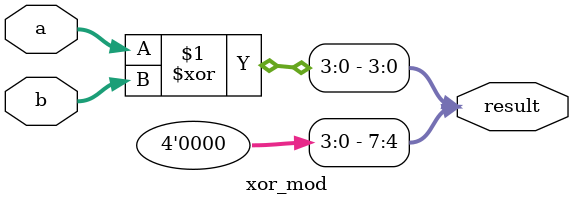
<source format=v>
`timescale 1ns / 1ps

module xor_mod(
    input [3:0] a,
    input [3:0] b,
    output [7:0] result
);

    assign result = {4'b0, a ^ b};
    
endmodule


</source>
